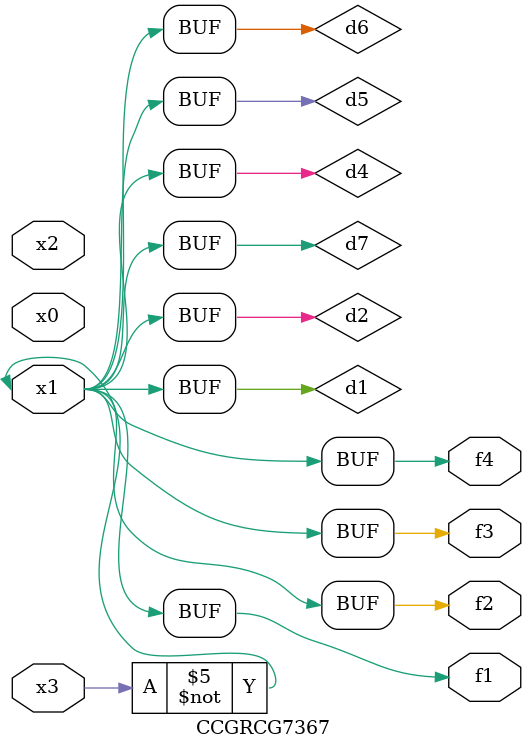
<source format=v>
module CCGRCG7367(
	input x0, x1, x2, x3,
	output f1, f2, f3, f4
);

	wire d1, d2, d3, d4, d5, d6, d7;

	not (d1, x3);
	buf (d2, x1);
	xnor (d3, d1, d2);
	nor (d4, d1);
	buf (d5, d1, d2);
	buf (d6, d4, d5);
	nand (d7, d4);
	assign f1 = d6;
	assign f2 = d7;
	assign f3 = d6;
	assign f4 = d6;
endmodule

</source>
